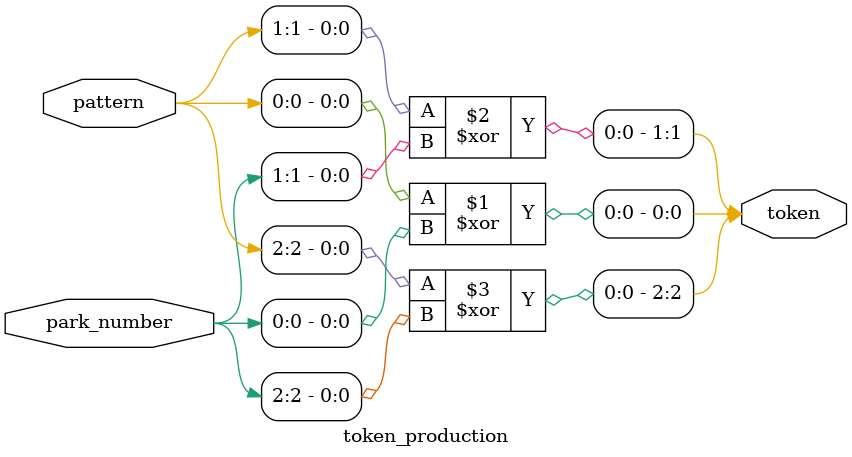
<source format=v>
`timescale 1ns / 1ns
module token_production(
 park_number,
 pattern,
 token);
input [2:0] park_number;
input [2:0] pattern;
output [2:0] token;
 xor A1 (token[0] , pattern[0] , park_number[0] ) ;
 xor A2 (token[1] , pattern[1] , park_number[1] ) ;
 xor A3 (token[2] , pattern[2] , park_number[2] ) ;
endmodule

</source>
